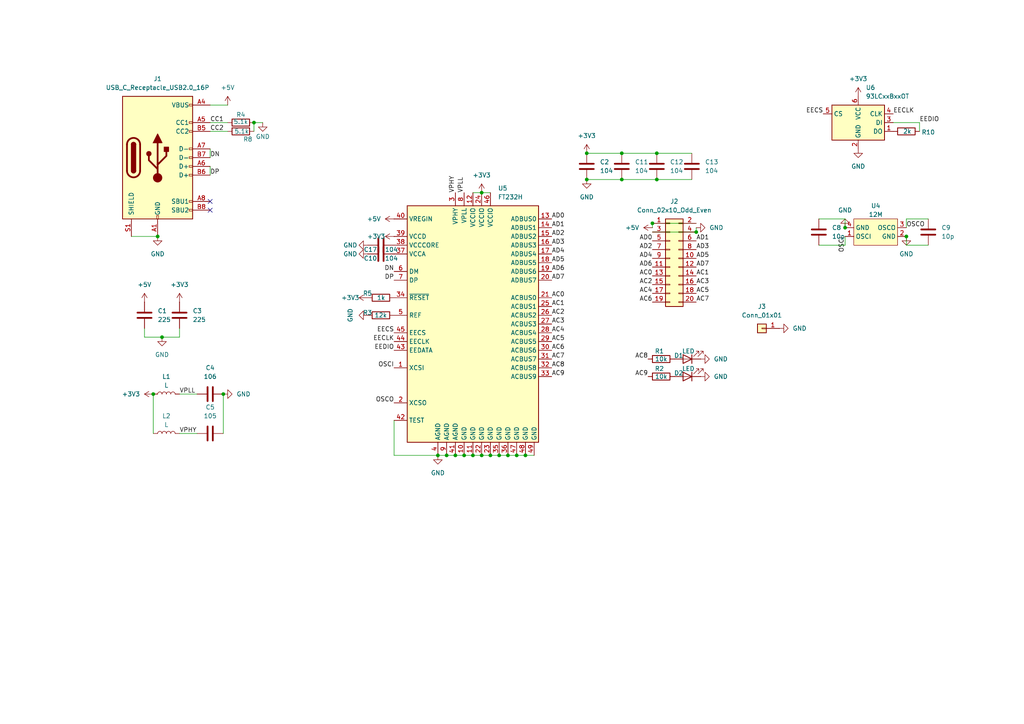
<source format=kicad_sch>
(kicad_sch (version 20231120) (generator "eeschema") (generator_version "8.0")
  (paper "A4")
  (lib_symbols
    (symbol "Connector:USB_C_Receptacle_USB2.0_16P" (pin_names (offset 1.016))
      (property "Reference" "J" (at 0 22.225 0))
      (property "Value" "USB_C_Receptacle_USB2.0_16P" (at 0 19.685 0))
      (symbol "USB_C_Receptacle_USB2.0_16P_0_0"
        (rectangle (start -0.254 -17.78) (end 0.254 -16.764))
        (rectangle (start 10.16 -14.986) (end 9.144 -15.494))
        (rectangle (start 10.16 -12.446) (end 9.144 -12.954))
        (rectangle (start 10.16 -4.826) (end 9.144 -5.334))
        (rectangle (start 10.16 -2.286) (end 9.144 -2.794))
        (rectangle (start 10.16 0.254) (end 9.144 -0.254))
        (rectangle (start 10.16 2.794) (end 9.144 2.286))
        (rectangle (start 10.16 7.874) (end 9.144 7.366))
        (rectangle (start 10.16 10.414) (end 9.144 9.906))
        (rectangle (start 10.16 15.494) (end 9.144 14.986))
      )
      (symbol "USB_C_Receptacle_USB2.0_16P_0_1"
        (rectangle (start -10.16 17.78) (end 10.16 -17.78) (stroke (width 0.254)) (fill (type background)))
        (arc (start -8.89 -3.81) (mid -6.985 -5.7067) (end -5.08 -3.81) (stroke (width 0.508)))
        (arc (start -7.62 -3.81) (mid -6.985 -4.4423) (end -6.35 -3.81) (stroke (width 0.254)))
        (arc (start -7.62 -3.81) (mid -6.985 -4.4423) (end -6.35 -3.81) (stroke (width 0.254)) (fill (type outline)))
        (rectangle (start -7.62 -3.81) (end -6.35 3.81) (stroke (width 0.254)) (fill (type outline)))
        (arc (start -6.35 3.81) (mid -6.985 4.4423) (end -7.62 3.81) (stroke (width 0.254)))
        (arc (start -6.35 3.81) (mid -6.985 4.4423) (end -7.62 3.81) (stroke (width 0.254)) (fill (type outline)))
        (arc (start -5.08 3.81) (mid -6.985 5.7067) (end -8.89 3.81) (stroke (width 0.508)))
        (circle (center -2.54 1.143) (radius 0.635) (stroke (width 0.254)) (fill (type outline)))
        (circle (center 0 -5.842) (radius 1.27) (fill (type outline)))
        (polyline (pts (xy -8.89 -3.81) (xy -8.89 3.81)) (stroke (width 0.508)))
        (polyline (pts (xy -5.08 3.81) (xy -5.08 -3.81)) (stroke (width 0.508)))
        (polyline (pts (xy 0 -5.842) (xy 0 4.318)) (stroke (width 0.508)))
        (polyline (pts (xy 0 -3.302) (xy -2.54 -0.762) (xy -2.54 0.508)) (stroke (width 0.508)))
        (polyline (pts (xy 0 -2.032) (xy 2.54 0.508) (xy 2.54 1.778)) (stroke (width 0.508)))
        (polyline (pts (xy -1.27 4.318) (xy 0 6.858) (xy 1.27 4.318) (xy -1.27 4.318)) (stroke (width 0.254)) (fill (type outline)))
        (rectangle (start 1.905 1.778) (end 3.175 3.048) (stroke (width 0.254)) (fill (type outline)))
      )
      (symbol "USB_C_Receptacle_USB2.0_16P_1_1"
        (pin passive line (at 0 -22.86 90) (length 5.08) (name "GND") (number "A1"))
        (pin passive line (at 0 -22.86 90) (length 5.08) hide (name "GND") (number "A12"))
        (pin passive line (at 15.24 15.24 180) (length 5.08) (name "VBUS") (number "A4"))
        (pin bidirectional line (at 15.24 10.16 180) (length 5.08) (name "CC1") (number "A5"))
        (pin bidirectional line (at 15.24 -2.54 180) (length 5.08) (name "D+") (number "A6"))
        (pin bidirectional line (at 15.24 2.54 180) (length 5.08) (name "D-") (number "A7"))
        (pin bidirectional line (at 15.24 -12.7 180) (length 5.08) (name "SBU1") (number "A8"))
        (pin passive line (at 15.24 15.24 180) (length 5.08) hide (name "VBUS") (number "A9"))
        (pin passive line (at 0 -22.86 90) (length 5.08) hide (name "GND") (number "B1"))
        (pin passive line (at 0 -22.86 90) (length 5.08) hide (name "GND") (number "B12"))
        (pin passive line (at 15.24 15.24 180) (length 5.08) hide (name "VBUS") (number "B4"))
        (pin bidirectional line (at 15.24 7.62 180) (length 5.08) (name "CC2") (number "B5"))
        (pin bidirectional line (at 15.24 -5.08 180) (length 5.08) (name "D+") (number "B6"))
        (pin bidirectional line (at 15.24 0 180) (length 5.08) (name "D-") (number "B7"))
        (pin bidirectional line (at 15.24 -15.24 180) (length 5.08) (name "SBU2") (number "B8"))
        (pin passive line (at 15.24 15.24 180) (length 5.08) hide (name "VBUS") (number "B9"))
        (pin passive line (at -7.62 -22.86 90) (length 5.08) (name "SHIELD") (number "S1"))
      )
    )
    (symbol "Connector_Generic:Conn_01x01" (pin_names (offset 1.016) hide)
      (property "Reference" "J" (at 0 2.54 0))
      (property "Value" "Conn_01x01" (at 0 -2.54 0))
      (symbol "Conn_01x01_1_1"
        (rectangle (start -1.27 0.127) (end 0 -0.127) (stroke (width 0.1524)))
        (rectangle (start -1.27 1.27) (end 1.27 -1.27) (stroke (width 0.254)) (fill (type background)))
        (pin passive line (at -5.08 0 0) (length 3.81) (name "Pin_1") (number "1"))
      )
    )
    (symbol "Connector_Generic:Conn_02x10_Odd_Even" (pin_names (offset 1.016) hide)
      (property "Reference" "J" (at 1.27 12.7 0))
      (property "Value" "Conn_02x10_Odd_Even" (at 1.27 -15.24 0))
      (symbol "Conn_02x10_Odd_Even_1_1"
        (rectangle (start -1.27 -12.573) (end 0 -12.827) (stroke (width 0.1524)))
        (rectangle (start -1.27 -10.033) (end 0 -10.287) (stroke (width 0.1524)))
        (rectangle (start -1.27 -7.493) (end 0 -7.747) (stroke (width 0.1524)))
        (rectangle (start -1.27 -4.953) (end 0 -5.207) (stroke (width 0.1524)))
        (rectangle (start -1.27 -2.413) (end 0 -2.667) (stroke (width 0.1524)))
        (rectangle (start -1.27 0.127) (end 0 -0.127) (stroke (width 0.1524)))
        (rectangle (start -1.27 2.667) (end 0 2.413) (stroke (width 0.1524)))
        (rectangle (start -1.27 5.207) (end 0 4.953) (stroke (width 0.1524)))
        (rectangle (start -1.27 7.747) (end 0 7.493) (stroke (width 0.1524)))
        (rectangle (start -1.27 10.287) (end 0 10.033) (stroke (width 0.1524)))
        (rectangle (start -1.27 11.43) (end 3.81 -13.97) (stroke (width 0.254)) (fill (type background)))
        (rectangle (start 3.81 -12.573) (end 2.54 -12.827) (stroke (width 0.1524)))
        (rectangle (start 3.81 -10.033) (end 2.54 -10.287) (stroke (width 0.1524)))
        (rectangle (start 3.81 -7.493) (end 2.54 -7.747) (stroke (width 0.1524)))
        (rectangle (start 3.81 -4.953) (end 2.54 -5.207) (stroke (width 0.1524)))
        (rectangle (start 3.81 -2.413) (end 2.54 -2.667) (stroke (width 0.1524)))
        (rectangle (start 3.81 0.127) (end 2.54 -0.127) (stroke (width 0.1524)))
        (rectangle (start 3.81 2.667) (end 2.54 2.413) (stroke (width 0.1524)))
        (rectangle (start 3.81 5.207) (end 2.54 4.953) (stroke (width 0.1524)))
        (rectangle (start 3.81 7.747) (end 2.54 7.493) (stroke (width 0.1524)))
        (rectangle (start 3.81 10.287) (end 2.54 10.033) (stroke (width 0.1524)))
        (pin passive line (at -5.08 10.16 0) (length 3.81) (name "Pin_1") (number "1"))
        (pin passive line (at 7.62 0 180) (length 3.81) (name "Pin_10") (number "10"))
        (pin passive line (at -5.08 -2.54 0) (length 3.81) (name "Pin_11") (number "11"))
        (pin passive line (at 7.62 -2.54 180) (length 3.81) (name "Pin_12") (number "12"))
        (pin passive line (at -5.08 -5.08 0) (length 3.81) (name "Pin_13") (number "13"))
        (pin passive line (at 7.62 -5.08 180) (length 3.81) (name "Pin_14") (number "14"))
        (pin passive line (at -5.08 -7.62 0) (length 3.81) (name "Pin_15") (number "15"))
        (pin passive line (at 7.62 -7.62 180) (length 3.81) (name "Pin_16") (number "16"))
        (pin passive line (at -5.08 -10.16 0) (length 3.81) (name "Pin_17") (number "17"))
        (pin passive line (at 7.62 -10.16 180) (length 3.81) (name "Pin_18") (number "18"))
        (pin passive line (at -5.08 -12.7 0) (length 3.81) (name "Pin_19") (number "19"))
        (pin passive line (at 7.62 10.16 180) (length 3.81) (name "Pin_2") (number "2"))
        (pin passive line (at 7.62 -12.7 180) (length 3.81) (name "Pin_20") (number "20"))
        (pin passive line (at -5.08 7.62 0) (length 3.81) (name "Pin_3") (number "3"))
        (pin passive line (at 7.62 7.62 180) (length 3.81) (name "Pin_4") (number "4"))
        (pin passive line (at -5.08 5.08 0) (length 3.81) (name "Pin_5") (number "5"))
        (pin passive line (at 7.62 5.08 180) (length 3.81) (name "Pin_6") (number "6"))
        (pin passive line (at -5.08 2.54 0) (length 3.81) (name "Pin_7") (number "7"))
        (pin passive line (at 7.62 2.54 180) (length 3.81) (name "Pin_8") (number "8"))
        (pin passive line (at -5.08 0 0) (length 3.81) (name "Pin_9") (number "9"))
      )
    )
    (symbol "Device:C" (pin_numbers hide) (pin_names (offset 0.254))
      (property "Reference" "C" (at 0.635 2.54 0))
      (property "Value" "C" (at 0.635 -2.54 0))
      (symbol "C_0_1"
        (polyline (pts (xy -2.032 -0.762) (xy 2.032 -0.762)) (stroke (width 0.508)))
        (polyline (pts (xy -2.032 0.762) (xy 2.032 0.762)) (stroke (width 0.508)))
      )
      (symbol "C_1_1"
        (pin passive line (at 0 3.81 270) (length 2.794) (name "~") (number "1"))
        (pin passive line (at 0 -3.81 90) (length 2.794) (name "~") (number "2"))
      )
    )
    (symbol "Device:L" (pin_numbers hide) (pin_names (offset 1.016) hide)
      (property "Reference" "L" (at -1.27 0 90))
      (property "Value" "L" (at 1.905 0 90))
      (symbol "L_0_1"
        (arc (start 0 -2.54) (mid 0.6323 -1.905) (end 0 -1.27))
        (arc (start 0 -1.27) (mid 0.6323 -0.635) (end 0 0))
        (arc (start 0 0) (mid 0.6323 0.635) (end 0 1.27))
        (arc (start 0 1.27) (mid 0.6323 1.905) (end 0 2.54))
      )
      (symbol "L_1_1"
        (pin passive line (at 0 3.81 270) (length 1.27) (name "1") (number "1"))
        (pin passive line (at 0 -3.81 90) (length 1.27) (name "2") (number "2"))
      )
    )
    (symbol "Device:LED" (pin_numbers hide) (pin_names (offset 1.016) hide)
      (property "Reference" "D" (at 0 2.54 0))
      (property "Value" "LED" (at 0 -2.54 0))
      (symbol "LED_0_1"
        (polyline (pts (xy -1.27 -1.27) (xy -1.27 1.27)) (stroke (width 0.254)))
        (polyline (pts (xy -1.27 0) (xy 1.27 0)))
        (polyline (pts (xy 1.27 -1.27) (xy 1.27 1.27) (xy -1.27 0) (xy 1.27 -1.27)) (stroke (width 0.254)))
        (polyline (pts (xy -3.048 -0.762) (xy -4.572 -2.286) (xy -3.81 -2.286) (xy -4.572 -2.286) (xy -4.572 -1.524)))
        (polyline (pts (xy -1.778 -0.762) (xy -3.302 -2.286) (xy -2.54 -2.286) (xy -3.302 -2.286) (xy -3.302 -1.524)))
      )
      (symbol "LED_1_1"
        (pin passive line (at -3.81 0 0) (length 2.54) (name "K") (number "1"))
        (pin passive line (at 3.81 0 180) (length 2.54) (name "A") (number "2"))
      )
    )
    (symbol "Device:R" (pin_numbers hide) (pin_names (offset 0))
      (property "Reference" "R" (at 2.032 0 90))
      (property "Value" "R" (at 0 0 90))
      (symbol "R_0_1"
        (rectangle (start -1.016 -2.54) (end 1.016 2.54) (stroke (width 0.254)))
      )
      (symbol "R_1_1"
        (pin passive line (at 0 3.81 270) (length 1.27) (name "~") (number "1"))
        (pin passive line (at 0 -3.81 90) (length 1.27) (name "~") (number "2"))
      )
    )
    (symbol "Interface_USB:FT232H"
      (property "Reference" "U5" (at 7.2741 39.37 0))
      (property "Value" "FT232H" (at 7.2741 36.83 0))
      (symbol "FT232H_0_1"
        (rectangle (start -19.05 34.29) (end 19.05 -34.29) (stroke (width 0.254)) (fill (type background)))
      )
      (symbol "FT232H_1_1"
        (pin input line (at -22.86 -12.7 0) (length 3.81) (name "XCSI") (number "1"))
        (pin power_in line (at -2.54 -38.1 90) (length 3.81) (name "GND") (number "10"))
        (pin power_in line (at 0 -38.1 90) (length 3.81) (name "GND") (number "11"))
        (pin power_in line (at 0 38.1 270) (length 3.81) (name "VCCIO") (number "12"))
        (pin bidirectional line (at 22.86 30.48 180) (length 3.81) (name "ADBUS0") (number "13"))
        (pin bidirectional line (at 22.86 27.94 180) (length 3.81) (name "ADBUS1") (number "14"))
        (pin bidirectional line (at 22.86 25.4 180) (length 3.81) (name "ADBUS2") (number "15"))
        (pin bidirectional line (at 22.86 22.86 180) (length 3.81) (name "ADBUS3") (number "16"))
        (pin bidirectional line (at 22.86 20.32 180) (length 3.81) (name "ADBUS4") (number "17"))
        (pin bidirectional line (at 22.86 17.78 180) (length 3.81) (name "ADBUS5") (number "18"))
        (pin bidirectional line (at 22.86 15.24 180) (length 3.81) (name "ADBUS6") (number "19"))
        (pin output line (at -22.86 -22.86 0) (length 3.81) (name "XCSO") (number "2"))
        (pin bidirectional line (at 22.86 12.7 180) (length 3.81) (name "ADBUS7") (number "20"))
        (pin bidirectional line (at 22.86 7.62 180) (length 3.81) (name "ACBUS0") (number "21"))
        (pin power_in line (at 2.54 -38.1 90) (length 3.81) (name "GND") (number "22"))
        (pin power_in line (at 5.08 -38.1 90) (length 3.81) (name "GND") (number "23"))
        (pin power_in line (at 2.54 38.1 270) (length 3.81) (name "VCCIO") (number "24"))
        (pin bidirectional line (at 22.86 5.08 180) (length 3.81) (name "ACBUS1") (number "25"))
        (pin bidirectional line (at 22.86 2.54 180) (length 3.81) (name "ACBUS2") (number "26"))
        (pin bidirectional line (at 22.86 0 180) (length 3.81) (name "ACBUS3") (number "27"))
        (pin bidirectional line (at 22.86 -2.54 180) (length 3.81) (name "ACBUS4") (number "28"))
        (pin bidirectional line (at 22.86 -5.08 180) (length 3.81) (name "ACBUS5") (number "29"))
        (pin power_in line (at -5.08 38.1 270) (length 3.81) (name "VPHY") (number "3"))
        (pin bidirectional line (at 22.86 -7.62 180) (length 3.81) (name "ACBUS6") (number "30"))
        (pin bidirectional line (at 22.86 -10.16 180) (length 3.81) (name "ACBUS7") (number "31"))
        (pin bidirectional line (at 22.86 -12.7 180) (length 3.81) (name "ACBUS8") (number "32"))
        (pin bidirectional line (at 22.86 -15.24 180) (length 3.81) (name "ACBUS9") (number "33"))
        (pin input line (at -22.86 7.62 0) (length 3.81) (name "~{RESET}") (number "34"))
        (pin power_in line (at 7.62 -38.1 90) (length 3.81) (name "GND") (number "35"))
        (pin power_in line (at 10.16 -38.1 90) (length 3.81) (name "GND") (number "36"))
        (pin power_out line (at -22.86 20.32 0) (length 3.81) (name "VCCA") (number "37"))
        (pin power_out line (at -22.86 22.86 0) (length 3.81) (name "VCCCORE") (number "38"))
        (pin power_in line (at -22.86 25.4 0) (length 3.81) (name "VCCD") (number "39"))
        (pin power_in line (at -10.16 -38.1 90) (length 3.81) (name "AGND") (number "4"))
        (pin power_in line (at -22.86 30.48 0) (length 3.81) (name "VREGIN") (number "40"))
        (pin power_in line (at -5.08 -38.1 90) (length 3.81) (name "AGND") (number "41"))
        (pin input line (at -22.86 -27.94 0) (length 3.81) (name "TEST") (number "42"))
        (pin bidirectional line (at -22.86 -7.62 0) (length 3.81) (name "EEDATA") (number "43"))
        (pin input line (at -22.86 -5.08 0) (length 3.81) (name "EECLK") (number "44"))
        (pin input line (at -22.86 -2.54 0) (length 3.81) (name "EECS") (number "45"))
        (pin power_in line (at 5.08 38.1 270) (length 3.81) (name "VCCIO") (number "46"))
        (pin power_in line (at 12.7 -38.1 90) (length 3.81) (name "GND") (number "47"))
        (pin power_in line (at 15.24 -38.1 90) (length 3.81) (name "GND") (number "48"))
        (pin power_in line (at 17.78 -38.1 90) (length 3.81) (name "GND") (number "49"))
        (pin input line (at -22.86 2.54 0) (length 3.81) (name "REF") (number "5"))
        (pin bidirectional line (at -22.86 15.24 0) (length 3.81) (name "DM") (number "6"))
        (pin bidirectional line (at -22.86 12.7 0) (length 3.81) (name "DP") (number "7"))
        (pin power_in line (at -2.54 38.1 270) (length 3.81) (name "VPLL") (number "8"))
        (pin power_in line (at -7.62 -38.1 90) (length 3.81) (name "AGND") (number "9"))
      )
    )
    (symbol "Memory_EEPROM:93LCxxBxxOT"
      (property "Reference" "U" (at -6.35 6.35 0))
      (property "Value" "93LCxxBxxOT" (at 7.62 -6.35 0))
      (symbol "93LCxxBxxOT_0_1"
        (rectangle (start -7.62 5.08) (end 7.62 -5.08) (stroke (width 0.254)) (fill (type background)))
      )
      (symbol "93LCxxBxxOT_1_1"
        (pin tri_state line (at 10.16 -2.54 180) (length 2.54) (name "DO") (number "1"))
        (pin power_in line (at 0 -7.62 90) (length 2.54) (name "GND") (number "2"))
        (pin input line (at 10.16 0 180) (length 2.54) (name "DI") (number "3"))
        (pin input line (at 10.16 2.54 180) (length 2.54) (name "CLK") (number "4"))
        (pin input line (at -10.16 2.54 0) (length 2.54) (name "CS") (number "5"))
        (pin power_in line (at 0 7.62 270) (length 2.54) (name "VCC") (number "6"))
      )
    )
    (symbol "power:+3V3" (power) (pin_numbers hide) (pin_names (offset 0) hide)
      (property "Value" "+3V3" (at 0 3.556 0))
      (symbol "+3V3_0_1"
        (polyline (pts (xy -0.762 1.27) (xy 0 2.54)))
        (polyline (pts (xy 0 0) (xy 0 2.54)))
        (polyline (pts (xy 0 2.54) (xy 0.762 1.27)))
      )
      (symbol "+3V3_1_1"
        (pin power_in line (at 0 0 90) (length 0) (name "~") (number "1"))
      )
    )
    (symbol "power:+5V" (power) (pin_numbers hide) (pin_names (offset 0) hide)
      (property "Value" "+5V" (at 0 3.556 0))
      (symbol "+5V_0_1"
        (polyline (pts (xy -0.762 1.27) (xy 0 2.54)))
        (polyline (pts (xy 0 0) (xy 0 2.54)))
        (polyline (pts (xy 0 2.54) (xy 0.762 1.27)))
      )
      (symbol "+5V_1_1"
        (pin power_in line (at 0 0 90) (length 0) (name "~") (number "1"))
      )
    )
    (symbol "power:GND" (power) (pin_numbers hide) (pin_names (offset 0) hide)
      (property "Value" "GND" (at 0 -3.81 0))
      (symbol "GND_0_1"
        (polyline (pts (xy 0 0) (xy 0 -1.27) (xy 1.27 -1.27) (xy 0 -2.54) (xy -1.27 -1.27) (xy 0 -1.27)))
      )
      (symbol "GND_1_1"
        (pin power_in line (at 0 0 270) (length 0) (name "~") (number "1"))
      )
    )
    (symbol "self:OSC"
      (property "Reference" "U" (at 0 5.334 0))
      (symbol "OSC_1_1"
        (polyline (pts (xy -6.35 3.81) (xy -6.35 -3.81) (xy 6.35 -3.81) (xy 6.35 3.81) (xy -6.35 3.81)) (fill (type background)))
        (pin input line (at -8.89 -1.27 0) (length 2.54) (name "OSCI") (number "1"))
        (pin input line (at 8.89 -1.27 180) (length 2.54) (name "GND") (number "2"))
        (pin input line (at 8.89 1.27 180) (length 2.54) (name "OSCO") (number "3"))
        (pin input line (at -8.89 1.27 0) (length 2.54) (name "GND") (number "4"))
      )
    )
  )
  (junction (at 180.34 44.45))
  (junction (at 73.66 35.56))
  (junction (at 139.7 132.08))
  (junction (at 144.78 132.08))
  (junction (at 189.23 64.77))
  (junction (at 44.45 114.3))
  (junction (at 134.62 132.08))
  (junction (at 147.32 132.08))
  (junction (at 46.99 97.79))
  (junction (at 170.18 44.45))
  (junction (at 152.4 132.08))
  (junction (at 139.7 55.88))
  (junction (at 45.72 68.58))
  (junction (at 64.77 114.3))
  (junction (at 142.24 132.08))
  (junction (at 180.34 52.07))
  (junction (at 262.89 68.58))
  (junction (at 170.18 52.07))
  (junction (at 137.16 132.08))
  (junction (at 201.93 67.31))
  (junction (at 245.11 66.04))
  (junction (at 132.08 132.08))
  (junction (at 190.5 44.45))
  (junction (at 190.5 52.07))
  (junction (at 149.86 132.08))
  (junction (at 129.54 132.08))
  (junction (at 127 132.08))
  (no_connect (at 60.96 58.42))
  (no_connect (at 60.96 60.96))
  (wire (pts (xy 189.23 64.77) (xy 201.93 64.77)))
  (wire (pts (xy 127 132.08) (xy 129.54 132.08)))
  (wire (pts (xy 73.66 35.56) (xy 73.66 38.1)))
  (wire (pts (xy 132.08 132.08) (xy 134.62 132.08)))
  (wire (pts (xy 44.45 114.3) (xy 44.45 125.73)))
  (wire (pts (xy 189.23 67.31) (xy 201.93 67.31)))
  (wire (pts (xy 152.4 132.08) (xy 154.94 132.08)))
  (wire (pts (xy 60.96 38.1) (xy 66.04 38.1)))
  (wire (pts (xy 52.07 95.25) (xy 52.07 97.79)))
  (wire (pts (xy 245.11 63.5) (xy 245.11 66.04)))
  (wire (pts (xy 114.3 121.92) (xy 114.3 132.08)))
  (wire (pts (xy 266.7 35.56) (xy 266.7 38.1)))
  (wire (pts (xy 139.7 132.08) (xy 142.24 132.08)))
  (wire (pts (xy 129.54 132.08) (xy 132.08 132.08)))
  (wire (pts (xy 190.5 44.45) (xy 200.66 44.45)))
  (wire (pts (xy 64.77 114.3) (xy 64.77 125.73)))
  (wire (pts (xy 144.78 132.08) (xy 147.32 132.08)))
  (wire (pts (xy 262.89 71.12) (xy 262.89 68.58)))
  (wire (pts (xy 259.08 35.56) (xy 266.7 35.56)))
  (wire (pts (xy 60.96 45.72) (xy 60.96 43.18)))
  (wire (pts (xy 139.7 55.88) (xy 142.24 55.88)))
  (wire (pts (xy 147.32 132.08) (xy 149.86 132.08)))
  (wire (pts (xy 180.34 44.45) (xy 190.5 44.45)))
  (wire (pts (xy 170.18 52.07) (xy 180.34 52.07)))
  (wire (pts (xy 269.24 63.5) (xy 262.89 63.5)))
  (wire (pts (xy 134.62 132.08) (xy 137.16 132.08)))
  (wire (pts (xy 52.07 97.79) (xy 46.99 97.79)))
  (wire (pts (xy 190.5 52.07) (xy 200.66 52.07)))
  (wire (pts (xy 149.86 132.08) (xy 152.4 132.08)))
  (wire (pts (xy 237.49 71.12) (xy 245.11 71.12)))
  (wire (pts (xy 60.96 48.26) (xy 60.96 50.8)))
  (wire (pts (xy 142.24 132.08) (xy 144.78 132.08)))
  (wire (pts (xy 41.91 95.25) (xy 41.91 97.79)))
  (wire (pts (xy 137.16 132.08) (xy 139.7 132.08)))
  (wire (pts (xy 52.07 114.3) (xy 57.15 114.3)))
  (wire (pts (xy 52.07 125.73) (xy 57.15 125.73)))
  (wire (pts (xy 73.66 35.56) (xy 76.2 35.56)))
  (wire (pts (xy 189.23 66.04) (xy 189.23 64.77)))
  (wire (pts (xy 180.34 44.45) (xy 170.18 44.45)))
  (wire (pts (xy 38.1 68.58) (xy 45.72 68.58)))
  (wire (pts (xy 114.3 132.08) (xy 127 132.08)))
  (wire (pts (xy 262.89 63.5) (xy 262.89 66.04)))
  (wire (pts (xy 137.16 55.88) (xy 139.7 55.88)))
  (wire (pts (xy 245.11 71.12) (xy 245.11 68.58)))
  (wire (pts (xy 269.24 71.12) (xy 262.89 71.12)))
  (wire (pts (xy 201.93 66.04) (xy 201.93 67.31)))
  (wire (pts (xy 237.49 63.5) (xy 245.11 63.5)))
  (wire (pts (xy 60.96 35.56) (xy 66.04 35.56)))
  (wire (pts (xy 180.34 52.07) (xy 190.5 52.07)))
  (wire (pts (xy 46.99 97.79) (xy 41.91 97.79)))
  (wire (pts (xy 66.04 30.48) (xy 60.96 30.48)))
  (label "AD4" (at 189.23 74.93 180))
  (label "VPLL" (at 52.07 114.3 0))
  (label "DP" (at 60.96 50.8 0))
  (label "AC4" (at 189.23 85.09 180))
  (label "EECLK" (at 114.3 99.06 180))
  (label "EECS" (at 114.3 96.52 180))
  (label "AD3" (at 201.93 72.39 0))
  (label "AC8" (at 160.02 106.68 0))
  (label "VPHY" (at 52.07 125.73 0))
  (label "AD7" (at 201.93 77.47 0))
  (label "AD0" (at 189.23 69.85 180))
  (label "AC6" (at 160.02 101.6 0))
  (label "OSCO" (at 114.3 116.84 180))
  (label "AD2" (at 189.23 72.39 180))
  (label "OSCI" (at 245.11 68.58 270))
  (label "AC9" (at 160.02 109.22 0))
  (label "AC7" (at 201.93 87.63 0))
  (label "AD3" (at 160.02 71.12 0))
  (label "AC7" (at 160.02 104.14 0))
  (label "AD2" (at 160.02 68.58 0))
  (label "AC8" (at 187.96 104.14 180))
  (label "AC1" (at 201.93 80.01 0))
  (label "AC5" (at 160.02 99.06 0))
  (label "AC0" (at 160.02 86.36 0))
  (label "AD1" (at 160.02 66.04 0))
  (label "AD6" (at 160.02 78.74 0))
  (label "AC5" (at 201.93 85.09 0))
  (label "VPLL" (at 134.62 55.88 90))
  (label "AC4" (at 160.02 96.52 0))
  (label "CC1" (at 60.96 35.56 0))
  (label "AD4" (at 160.02 73.66 0))
  (label "AC0" (at 189.23 80.01 180))
  (label "EEDIO" (at 266.7 35.56 0))
  (label "OSCO" (at 262.89 66.04 0))
  (label "DP" (at 114.3 81.28 180))
  (label "AD0" (at 160.02 63.5 0))
  (label "DN" (at 114.3 78.74 180))
  (label "EECS" (at 238.76 33.02 180))
  (label "AC2" (at 160.02 91.44 0))
  (label "EECLK" (at 259.08 33.02 0))
  (label "AC2" (at 189.23 82.55 180))
  (label "AD1" (at 201.93 69.85 0))
  (label "AC3" (at 160.02 93.98 0))
  (label "DN" (at 60.96 45.72 0))
  (label "AD5" (at 160.02 76.2 0))
  (label "AC6" (at 189.23 87.63 180))
  (label "CC2" (at 60.96 38.1 0))
  (label "AC3" (at 201.93 82.55 0))
  (label "EEDIO" (at 114.3 101.6 180))
  (label "AD7" (at 160.02 81.28 0))
  (label "AD6" (at 189.23 77.47 180))
  (label "OSCI" (at 114.3 106.68 180))
  (label "AC1" (at 160.02 88.9 0))
  (label "AC9" (at 187.96 109.22 180))
  (label "VPHY" (at 132.08 55.88 90))
  (label "AD5" (at 201.93 74.93 0))
  (symbol (lib_id "Device:L") (at 48.26 114.3 90) (unit 1)
    (property "Reference" "L1" (at 48.26 109.22 90))
    (property "Value" "L" (at 48.26 111.76 90))
    (property "Footprint" "Inductor_SMD:L_0603_1608Metric" (effects (hide yes)))
    (property "Description" "Inductor" (effects (hide yes)))
  )
  (symbol (lib_id "Device:L") (at 48.26 125.73 90) (unit 1)
    (property "Reference" "L2" (at 48.26 120.65 90))
    (property "Value" "L" (at 48.26 123.19 90))
    (property "Footprint" "Inductor_SMD:L_0603_1608Metric" (effects (hide yes)))
    (property "Description" "Inductor" (effects (hide yes)))
  )
  (symbol (lib_id "power:GND") (at 203.2 109.22 90) (unit 1)
    (property "Reference" "#PWR013" (effects (hide yes)))
    (property "Value" "GND" (at 207.01 109.2199 90) (effects (justify right)))
    (property "Description" "Power symbol creates a global label with name \"GND\" , ground" (effects (hide yes)))
  )
  (symbol (lib_id "power:GND") (at 201.93 66.04 90) (unit 1)
    (property "Reference" "#PWR010" (effects (hide yes)))
    (property "Value" "GND" (at 205.74 66.0399 90) (effects (justify right)))
    (property "Description" "Power symbol creates a global label with name \"GND\" , ground" (effects (hide yes)))
  )
  (symbol (lib_id "Device:C") (at 269.24 67.31 180) (unit 1)
    (property "Reference" "C9" (at 273.05 66.0399 0) (effects (justify right)))
    (property "Value" "10p" (at 273.05 68.5799 0) (effects (justify right)))
    (property "Footprint" "Capacitor_SMD:C_0402_1005Metric" (effects (hide yes)))
    (property "Description" "Unpolarized capacitor" (effects (hide yes)))
  )
  (symbol (lib_id "power:GND") (at 45.72 68.58 0) (unit 1)
    (property "Reference" "#PWR03" (effects (hide yes)))
    (property "Value" "GND" (at 45.72 73.66 0))
    (property "Description" "Power symbol creates a global label with name \"GND\" , ground" (effects (hide yes)))
  )
  (symbol (lib_id "Device:R") (at 110.49 91.44 270) (unit 1)
    (property "Reference" "R3" (at 107.95 90.678 90) (effects (justify right)))
    (property "Value" "12k" (at 112.268 91.44 90) (effects (justify right)))
    (property "Footprint" "Resistor_SMD:R_0402_1005Metric" (effects (hide yes)))
    (property "Description" "Resistor" (effects (hide yes)))
  )
  (symbol (lib_id "Connector_Generic:Conn_01x01") (at 220.98 95.25 180) (unit 1)
    (property "Reference" "J3" (at 220.98 88.9 0))
    (property "Value" "Conn_01x01" (at 220.98 91.44 0))
    (property "Footprint" "1st_commonly:NUT_SMD_M2.5_4.5_3.0" (effects (hide yes)))
    (property "Description" "Generic connector, single row, 01x01, script generated (kicad-library-utils/schlib/autogen/connector/)" (effects (hide yes)))
  )
  (symbol (lib_id "power:+3V3") (at 44.45 114.3 90) (unit 1)
    (property "Reference" "#PWR07" (effects (hide yes)))
    (property "Value" "+3V3" (at 40.64 114.2999 90) (effects (justify left)))
    (property "Description" "Power symbol creates a global label with name \"+3V3\"" (effects (hide yes)))
  )
  (symbol (lib_id "Device:C") (at 60.96 125.73 90) (unit 1)
    (property "Reference" "C5" (at 60.96 118.11 90))
    (property "Value" "105" (at 60.96 120.65 90))
    (property "Footprint" "Capacitor_SMD:C_0603_1608Metric" (effects (hide yes)))
    (property "Description" "Unpolarized capacitor" (effects (hide yes)))
  )
  (symbol (lib_id "power:GND") (at 245.11 66.04 180) (unit 1)
    (property "Reference" "#PWR023" (effects (hide yes)))
    (property "Value" "GND" (at 245.11 60.96 0))
    (property "Description" "Power symbol creates a global label with name \"GND\" , ground" (effects (hide yes)))
  )
  (symbol (lib_id "power:+3V3") (at 106.68 86.36 90) (unit 1)
    (property "Reference" "#PWR040" (effects (hide yes)))
    (property "Value" "+3V3" (at 101.6 86.36 90))
    (property "Description" "Power symbol creates a global label with name \"+3V3\"" (effects (hide yes)))
  )
  (symbol (lib_id "power:+3V3") (at 170.18 44.45 0) (unit 1)
    (property "Reference" "#PWR028" (effects (hide yes)))
    (property "Value" "+3V3" (at 170.18 39.37 0))
    (property "Description" "Power symbol creates a global label with name \"+3V3\"" (effects (hide yes)))
  )
  (symbol (lib_id "Device:LED") (at 199.39 104.14 180) (unit 1)
    (property "Reference" "D1" (at 196.85 103.124 0))
    (property "Value" "LED" (at 199.644 101.854 0))
    (property "Footprint" "LED_SMD:LED_0402_1005Metric" (effects (hide yes)))
    (property "Description" "Light emitting diode" (effects (hide yes)))
  )
  (symbol (lib_id "Device:C") (at 110.49 73.66 90) (unit 1)
    (property "Reference" "C10" (at 107.442 74.93 90))
    (property "Value" "104" (at 113.538 74.93 90))
    (property "Footprint" "Capacitor_SMD:C_0402_1005Metric" (effects (hide yes)))
    (property "Description" "Unpolarized capacitor" (effects (hide yes)))
  )
  (symbol (lib_id "power:GND") (at 46.99 97.79 0) (unit 1)
    (property "Reference" "#PWR06" (effects (hide yes)))
    (property "Value" "GND" (at 46.99 102.87 0))
    (property "Description" "Power symbol creates a global label with name \"GND\" , ground" (effects (hide yes)))
  )
  (symbol (lib_id "Device:R") (at 69.85 35.56 90) (unit 1)
    (property "Reference" "R4" (at 69.85 33.274 90))
    (property "Value" "5.1k" (at 69.85 35.306 90))
    (property "Footprint" "Resistor_SMD:R_0402_1005Metric" (effects (hide yes)))
    (property "Description" "Resistor" (effects (hide yes)))
  )
  (symbol (lib_id "Device:C") (at 190.5 48.26 0) (unit 1)
    (property "Reference" "C12" (at 194.31 46.9899 0) (effects (justify left)))
    (property "Value" "104" (at 194.31 49.5299 0) (effects (justify left)))
    (property "Footprint" "Capacitor_SMD:C_0402_1005Metric" (effects (hide yes)))
    (property "Description" "Unpolarized capacitor" (effects (hide yes)))
  )
  (symbol (lib_id "power:GND") (at 64.77 114.3 90) (unit 1)
    (property "Reference" "#PWR05" (effects (hide yes)))
    (property "Value" "GND" (at 68.58 114.2999 90) (effects (justify right)))
    (property "Description" "Power symbol creates a global label with name \"GND\" , ground" (effects (hide yes)))
  )
  (symbol (lib_id "power:+3V3") (at 139.7 55.88 0) (unit 1)
    (property "Reference" "#PWR041" (effects (hide yes)))
    (property "Value" "+3V3" (at 139.7 50.8 0))
    (property "Description" "Power symbol creates a global label with name \"+3V3\"" (effects (hide yes)))
  )
  (symbol (lib_id "Device:C") (at 110.49 71.12 90) (unit 1)
    (property "Reference" "C17" (at 107.442 72.39 90))
    (property "Value" "104" (at 113.538 72.39 90))
    (property "Footprint" "Capacitor_SMD:C_0402_1005Metric" (effects (hide yes)))
    (property "Description" "Unpolarized capacitor" (effects (hide yes)))
  )
  (symbol (lib_id "Device:C") (at 60.96 114.3 90) (unit 1)
    (property "Reference" "C4" (at 60.96 106.68 90))
    (property "Value" "106" (at 60.96 109.22 90))
    (property "Footprint" "Capacitor_SMD:C_0603_1608Metric" (effects (hide yes)))
    (property "Description" "Unpolarized capacitor" (effects (hide yes)))
  )
  (symbol (lib_id "Device:R") (at 110.49 86.36 90) (unit 1)
    (property "Reference" "R5" (at 107.95 85.09 90) (effects (justify left)))
    (property "Value" "1k" (at 111.76 86.36 90) (effects (justify left)))
    (property "Footprint" "Resistor_SMD:R_0402_1005Metric" (effects (hide yes)))
    (property "Description" "Resistor" (effects (hide yes)))
  )
  (symbol (lib_id "power:GND") (at 248.92 43.18 0) (unit 1)
    (property "Reference" "#PWR015" (effects (hide yes)))
    (property "Value" "GND" (at 248.92 48.26 0))
    (property "Description" "Power symbol creates a global label with name \"GND\" , ground" (effects (hide yes)))
  )
  (symbol (lib_id "power:GND") (at 127 132.08 0) (unit 1)
    (property "Reference" "#PWR042" (effects (hide yes)))
    (property "Value" "GND" (at 127 137.16 0))
    (property "Description" "Power symbol creates a global label with name \"GND\" , ground" (effects (hide yes)))
  )
  (symbol (lib_id "Memory_EEPROM:93LCxxBxxOT") (at 248.92 35.56 0) (unit 1)
    (property "Reference" "U6" (at 251.1141 25.4 0) (effects (justify left)))
    (property "Value" "93LCxxBxxOT" (at 251.1141 27.94 0) (effects (justify left)))
    (property "Footprint" "Package_TO_SOT_SMD:SOT-23-6" (effects (hide yes)))
    (property "Datasheet" "http://ww1.microchip.com/downloads/en/DeviceDoc/20001749K.pdf" (effects (hide yes)))
    (property "Description" "Serial EEPROM, 93 Series, 2.5V, SOT-23-6" (effects (hide yes)))
  )
  (symbol (lib_id "Device:R") (at 191.77 109.22 90) (unit 1)
    (property "Reference" "R2" (at 191.262 106.934 90))
    (property "Value" "10k" (at 191.77 109.22 90))
    (property "Footprint" "Resistor_SMD:R_0402_1005Metric" (effects (hide yes)))
    (property "Description" "Resistor" (effects (hide yes)))
  )
  (symbol (lib_id "Device:C") (at 52.07 91.44 0) (unit 1)
    (property "Reference" "C3" (at 55.88 90.1699 0) (effects (justify left)))
    (property "Value" "225" (at 55.88 92.7099 0) (effects (justify left)))
    (property "Footprint" "Capacitor_SMD:C_0402_1005Metric" (effects (hide yes)))
    (property "Description" "Unpolarized capacitor" (effects (hide yes)))
  )
  (symbol (lib_id "power:+3V3") (at 114.3 68.58 90) (unit 1)
    (property "Reference" "#PWR043" (effects (hide yes)))
    (property "Value" "+3V3" (at 111.76 68.5799 90) (effects (justify left)))
    (property "Description" "Power symbol creates a global label with name \"+3V3\"" (effects (hide yes)))
  )
  (symbol (lib_id "power:GND") (at 106.68 91.44 270) (unit 1)
    (property "Reference" "#PWR01" (effects (hide yes)))
    (property "Value" "GND" (at 101.6 91.44 0))
    (property "Description" "Power symbol creates a global label with name \"GND\" , ground" (effects (hide yes)))
  )
  (symbol (lib_id "power:+5V") (at 189.23 66.04 90) (unit 1)
    (property "Reference" "#PWR02" (effects (hide yes)))
    (property "Value" "+5V" (at 185.42 66.0399 90) (effects (justify left)))
    (property "Description" "Power symbol creates a global label with name \"+5V\"" (effects (hide yes)))
  )
  (symbol (lib_id "power:+3V3") (at 248.92 27.94 0) (unit 1)
    (property "Reference" "#PWR014" (effects (hide yes)))
    (property "Value" "+3V3" (at 248.92 22.86 0))
    (property "Description" "Power symbol creates a global label with name \"+3V3\"" (effects (hide yes)))
  )
  (symbol (lib_id "power:+3V3") (at 52.07 87.63 0) (unit 1)
    (property "Reference" "#PWR09" (effects (hide yes)))
    (property "Value" "+3V3" (at 52.07 82.55 0))
    (property "Description" "Power symbol creates a global label with name \"+3V3\"" (effects (hide yes)))
  )
  (symbol (lib_id "Connector_Generic:Conn_02x10_Odd_Even") (at 194.31 74.93 0) (unit 1)
    (property "Reference" "J2" (at 195.58 58.42 0))
    (property "Value" "Conn_02x10_Odd_Even" (at 195.58 60.96 0))
    (property "Footprint" "Connector_PinHeader_2.54mm:PinHeader_2x10_P2.54mm_Vertical" (effects (hide yes)))
    (property "Description" "Generic connector, double row, 02x10, odd/even pin numbering scheme (row 1 odd numbers, row 2 even numbers), script generated (kicad-library-utils/schlib/autogen/connector/)" (effects (hide yes)))
  )
  (symbol (lib_id "power:GND") (at 106.68 73.66 270) (unit 1)
    (property "Reference" "#PWR044" (effects (hide yes)))
    (property "Value" "GND" (at 101.6 73.66 90))
    (property "Description" "Power symbol creates a global label with name \"GND\" , ground" (effects (hide yes)))
  )
  (symbol (lib_id "power:GND") (at 106.68 71.12 270) (unit 1)
    (property "Reference" "#PWR045" (effects (hide yes)))
    (property "Value" "GND" (at 101.6 71.12 90))
    (property "Description" "Power symbol creates a global label with name \"GND\" , ground" (effects (hide yes)))
  )
  (symbol (lib_id "Device:R") (at 191.77 104.14 90) (unit 1)
    (property "Reference" "R1" (at 191.262 101.854 90))
    (property "Value" "10k" (at 191.77 104.14 90))
    (property "Footprint" "Resistor_SMD:R_0402_1005Metric" (effects (hide yes)))
    (property "Description" "Resistor" (effects (hide yes)))
  )
  (symbol (lib_id "Interface_USB:FT232H") (at 137.16 93.98 0) (unit 1)
    (property "Reference" "U5" (at 144.4341 54.61 0) (effects (justify left)))
    (property "Value" "FT232H" (at 144.4341 57.15 0) (effects (justify left)))
    (property "Footprint" "Package_DFN_QFN:QFN-48-1EP_8x8mm_P0.5mm_EP6.2x6.2mm" (effects (hide yes)))
    (property "Datasheet" "https://www.ftdichip.com/Support/Documents/DataSheets/ICs/DS_FT232H.pdf" (effects (hide yes)))
    (property "Description" "Hi Speed Single Channel USB UART/FIFO, LQFP/QFN-48" (effects (hide yes)))
  )
  (symbol (lib_id "power:GND") (at 226.06 95.25 90) (unit 1)
    (property "Reference" "#PWR016" (effects (hide yes)))
    (property "Value" "GND" (at 229.87 95.2499 90) (effects (justify right)))
    (property "Description" "Power symbol creates a global label with name \"GND\" , ground" (effects (hide yes)))
  )
  (symbol (lib_id "Device:R") (at 262.89 38.1 90) (unit 1)
    (property "Reference" "R10" (at 269.24 38.354 90))
    (property "Value" "2k" (at 263.144 38.1 90))
    (property "Footprint" "Resistor_SMD:R_0402_1005Metric" (effects (hide yes)))
    (property "Description" "Resistor" (effects (hide yes)))
  )
  (symbol (lib_id "Device:LED") (at 199.39 109.22 180) (unit 1)
    (property "Reference" "D2" (at 196.85 108.204 0))
    (property "Value" "LED" (at 199.644 106.934 0))
    (property "Footprint" "LED_SMD:LED_0402_1005Metric" (effects (hide yes)))
    (property "Description" "Light emitting diode" (effects (hide yes)))
  )
  (symbol (lib_id "power:+5V") (at 66.04 30.48 0) (unit 1)
    (property "Reference" "#PWR08" (effects (hide yes)))
    (property "Value" "+5V" (at 66.04 25.4 0))
    (property "Description" "Power symbol creates a global label with name \"+5V\"" (effects (hide yes)))
  )
  (symbol (lib_id "self:OSC") (at 254 67.31 0) (unit 1)
    (property "Reference" "U4" (at 254 59.69 0))
    (property "Value" "12M" (at 254 62.23 0))
    (property "Footprint" "1st_commonly:Oscillator_SMD_13_3.2x2.5mm" (effects (hide yes)))
  )
  (symbol (lib_id "power:+5V") (at 41.91 87.63 0) (unit 1)
    (property "Reference" "#PWR04" (effects (hide yes)))
    (property "Value" "+5V" (at 41.91 82.55 0))
    (property "Description" "Power symbol creates a global label with name \"+5V\"" (effects (hide yes)))
  )
  (symbol (lib_id "Device:C") (at 170.18 48.26 0) (unit 1)
    (property "Reference" "C2" (at 173.99 46.9899 0) (effects (justify left)))
    (property "Value" "104" (at 173.99 49.5299 0) (effects (justify left)))
    (property "Footprint" "Capacitor_SMD:C_0402_1005Metric" (effects (hide yes)))
    (property "Description" "Unpolarized capacitor" (effects (hide yes)))
  )
  (symbol (lib_id "Device:R") (at 69.85 38.1 90) (unit 1)
    (property "Reference" "R8" (at 71.882 40.386 90))
    (property "Value" "5.1k" (at 70.104 38.1 90))
    (property "Footprint" "Resistor_SMD:R_0402_1005Metric" (effects (hide yes)))
    (property "Description" "Resistor" (effects (hide yes)))
  )
  (symbol (lib_id "power:GND") (at 76.2 35.56 0) (unit 1)
    (property "Reference" "#PWR012" (effects (hide yes)))
    (property "Value" "GND" (at 74.168 39.624 0) (effects (justify left)))
    (property "Description" "Power symbol creates a global label with name \"GND\" , ground" (effects (hide yes)))
  )
  (symbol (lib_id "Connector:USB_C_Receptacle_USB2.0_16P") (at 45.72 45.72 0) (unit 1)
    (property "Reference" "J1" (at 45.72 22.86 0))
    (property "Value" "USB_C_Receptacle_USB2.0_16P" (at 45.72 25.4 0))
    (property "Footprint" "1st_commonly:USB_C_Receptacle_TYPE-C-12P" (effects (hide yes)))
    (property "Datasheet" "https://www.usb.org/sites/default/files/documents/usb_type-c.zip" (effects (hide yes)))
    (property "Description" "USB 2.0-only 16P Type-C Receptacle connector" (effects (hide yes)))
  )
  (symbol (lib_id "Device:C") (at 180.34 48.26 0) (unit 1)
    (property "Reference" "C11" (at 184.15 46.9899 0) (effects (justify left)))
    (property "Value" "104" (at 184.15 49.5299 0) (effects (justify left)))
    (property "Footprint" "Capacitor_SMD:C_0402_1005Metric" (effects (hide yes)))
    (property "Description" "Unpolarized capacitor" (effects (hide yes)))
  )
  (symbol (lib_id "power:GND") (at 203.2 104.14 90) (unit 1)
    (property "Reference" "#PWR011" (effects (hide yes)))
    (property "Value" "GND" (at 207.01 104.1399 90) (effects (justify right)))
    (property "Description" "Power symbol creates a global label with name \"GND\" , ground" (effects (hide yes)))
  )
  (symbol (lib_id "Device:C") (at 41.91 91.44 0) (unit 1)
    (property "Reference" "C1" (at 45.72 90.1699 0) (effects (justify left)))
    (property "Value" "225" (at 45.72 92.7099 0) (effects (justify left)))
    (property "Footprint" "Capacitor_SMD:C_0402_1005Metric" (effects (hide yes)))
    (property "Description" "Unpolarized capacitor" (effects (hide yes)))
  )
  (symbol (lib_id "power:GND") (at 262.89 68.58 0) (unit 1)
    (property "Reference" "#PWR024" (effects (hide yes)))
    (property "Value" "GND" (at 262.89 73.66 0))
    (property "Description" "Power symbol creates a global label with name \"GND\" , ground" (effects (hide yes)))
  )
  (symbol (lib_id "Device:C") (at 237.49 67.31 0) (unit 1)
    (property "Reference" "C8" (at 241.3 66.0399 0) (effects (justify left)))
    (property "Value" "10p" (at 241.3 68.5799 0) (effects (justify left)))
    (property "Footprint" "Capacitor_SMD:C_0402_1005Metric" (effects (hide yes)))
    (property "Description" "Unpolarized capacitor" (effects (hide yes)))
  )
  (symbol (lib_id "power:GND") (at 170.18 52.07 0) (unit 1)
    (property "Reference" "#PWR029" (effects (hide yes)))
    (property "Value" "GND" (at 170.18 57.15 0))
    (property "Description" "Power symbol creates a global label with name \"GND\" , ground" (effects (hide yes)))
  )
  (symbol (lib_id "power:+5V") (at 114.3 63.5 90) (unit 1)
    (property "Reference" "#PWR020" (effects (hide yes)))
    (property "Value" "+5V" (at 110.49 63.4999 90) (effects (justify left)))
    (property "Description" "Power symbol creates a global label with name \"+5V\"" (effects (hide yes)))
  )
  (symbol (lib_id "Device:C") (at 200.66 48.26 0) (unit 1)
    (property "Reference" "C13" (at 204.47 46.9899 0) (effects (justify left)))
    (property "Value" "104" (at 204.47 49.5299 0) (effects (justify left)))
    (property "Footprint" "Capacitor_SMD:C_0402_1005Metric" (effects (hide yes)))
    (property "Description" "Unpolarized capacitor" (effects (hide yes)))
  )
)
</source>
